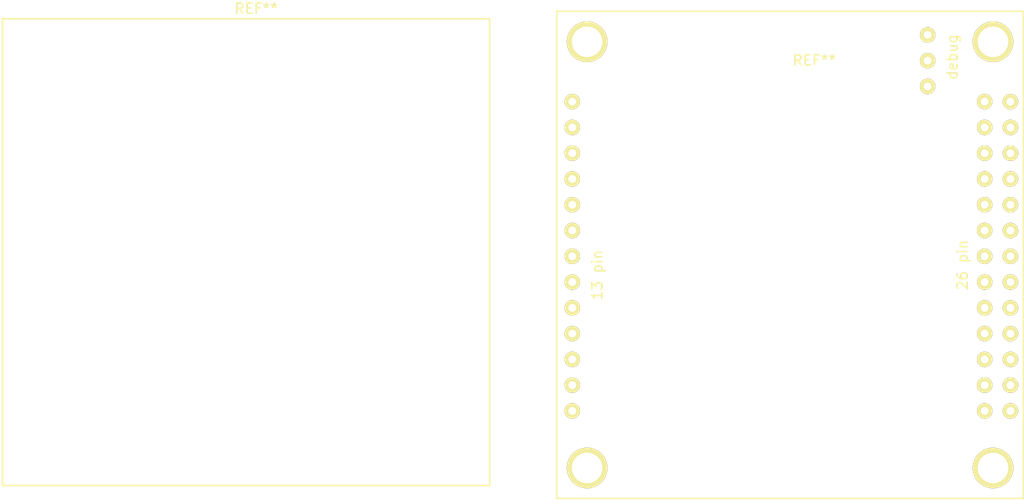
<source format=kicad_pcb>
(kicad_pcb (version 4) (host pcbnew 4.0.7-e2-6376~58~ubuntu16.04.1)

  (general
    (links 0)
    (no_connects 0)
    (area 0 0 0 0)
    (thickness 1.6)
    (drawings 0)
    (tracks 0)
    (zones 0)
    (modules 2)
    (nets 1)
  )

  (page A4)
  (layers
    (0 F.Cu signal)
    (31 B.Cu signal)
    (32 B.Adhes user)
    (33 F.Adhes user)
    (34 B.Paste user)
    (35 F.Paste user)
    (36 B.SilkS user)
    (37 F.SilkS user)
    (38 B.Mask user)
    (39 F.Mask user)
    (40 Dwgs.User user)
    (41 Cmts.User user)
    (42 Eco1.User user)
    (43 Eco2.User user)
    (44 Edge.Cuts user)
    (45 Margin user)
    (46 B.CrtYd user)
    (47 F.CrtYd user)
    (48 B.Fab user)
    (49 F.Fab user)
  )

  (setup
    (last_trace_width 0.25)
    (trace_clearance 0.2)
    (zone_clearance 0.508)
    (zone_45_only no)
    (trace_min 0.2)
    (segment_width 0.2)
    (edge_width 0.15)
    (via_size 0.6)
    (via_drill 0.4)
    (via_min_size 0.4)
    (via_min_drill 0.3)
    (uvia_size 0.3)
    (uvia_drill 0.1)
    (uvias_allowed no)
    (uvia_min_size 0.2)
    (uvia_min_drill 0.1)
    (pcb_text_width 0.3)
    (pcb_text_size 1.5 1.5)
    (mod_edge_width 0.15)
    (mod_text_size 1 1)
    (mod_text_width 0.15)
    (pad_size 1.524 1.524)
    (pad_drill 0.762)
    (pad_to_mask_clearance 0.2)
    (aux_axis_origin 0 0)
    (visible_elements FFFFFF7F)
    (pcbplotparams
      (layerselection 0x00030_80000001)
      (usegerberextensions false)
      (excludeedgelayer true)
      (linewidth 0.100000)
      (plotframeref false)
      (viasonmask false)
      (mode 1)
      (useauxorigin false)
      (hpglpennumber 1)
      (hpglpenspeed 20)
      (hpglpendiameter 15)
      (hpglpenoverlay 2)
      (psnegative false)
      (psa4output false)
      (plotreference true)
      (plotvalue true)
      (plotinvisibletext false)
      (padsonsilk false)
      (subtractmaskfromsilk false)
      (outputformat 1)
      (mirror false)
      (drillshape 1)
      (scaleselection 1)
      (outputdirectory ""))
  )

  (net 0 "")

  (net_class Default "This is the default net class."
    (clearance 0.2)
    (trace_width 0.25)
    (via_dia 0.6)
    (via_drill 0.4)
    (uvia_dia 0.3)
    (uvia_drill 0.1)
  )

  (module "orangepi-zero:orange pi zero" (layer F.Cu) (tedit 589256D0) (tstamp 5A1417C6)
    (at 74.93 107.95)
    (fp_text reference REF** (at 25 -47) (layer F.SilkS)
      (effects (font (size 1 1) (thickness 0.15)))
    )
    (fp_text value "orange pi zero" (at 20 1) (layer F.Fab)
      (effects (font (size 1 1) (thickness 0.15)))
    )
    (fp_line (start 0 -46) (end 48 -46) (layer F.SilkS) (width 0.15))
    (fp_line (start 48 -46) (end 48 0) (layer F.SilkS) (width 0.15))
    (fp_line (start 48 0) (end 0 0) (layer F.SilkS) (width 0.15))
    (fp_line (start 0 0) (end 0 -46) (layer F.SilkS) (width 0.15))
  )

  (module orangepi-zero:orangepi-zero (layer F.Cu) (tedit 58930690) (tstamp 5A141845)
    (at 129.54 109.22)
    (fp_text reference REF** (at 25.4 -43.18) (layer F.SilkS)
      (effects (font (size 1 1) (thickness 0.15)))
    )
    (fp_text value "orange pi zero" (at 25.4 -2.54) (layer F.Fab)
      (effects (font (size 1 1) (thickness 0.15)))
    )
    (fp_text user debug (at 39 -43.5 90) (layer F.SilkS)
      (effects (font (size 1 1) (thickness 0.15)))
    )
    (fp_text user "26 pin" (at 40 -23 90) (layer F.SilkS)
      (effects (font (size 1 1) (thickness 0.15)))
    )
    (fp_text user "13 pin" (at 4 -22 90) (layer F.SilkS)
      (effects (font (size 1 1) (thickness 0.15)))
    )
    (fp_line (start 0 -48) (end 46 -48) (layer F.SilkS) (width 0.15))
    (fp_line (start 46 -48) (end 46 0) (layer F.SilkS) (width 0.15))
    (fp_line (start 46 0) (end 0 0) (layer F.SilkS) (width 0.15))
    (fp_line (start 0 0) (end 0 -48) (layer F.SilkS) (width 0.15))
    (pad "" thru_hole circle (at 43 -45) (size 4 4) (drill 3) (layers *.Cu *.Mask F.SilkS))
    (pad 1 thru_hole circle (at 1.54 -39.1) (size 1.524 1.524) (drill 0.762) (layers *.Cu *.Mask F.SilkS))
    (pad 2 thru_hole circle (at 1.54 -36.56) (size 1.524 1.524) (drill 0.762) (layers *.Cu *.Mask F.SilkS))
    (pad 3 thru_hole circle (at 1.54 -34.02) (size 1.524 1.524) (drill 0.762) (layers *.Cu *.Mask F.SilkS))
    (pad 4 thru_hole circle (at 1.54 -31.48) (size 1.524 1.524) (drill 0.762) (layers *.Cu *.Mask F.SilkS))
    (pad 5 thru_hole circle (at 1.54 -28.94) (size 1.524 1.524) (drill 0.762) (layers *.Cu *.Mask F.SilkS))
    (pad 6 thru_hole circle (at 1.54 -26.4) (size 1.524 1.524) (drill 0.762) (layers *.Cu *.Mask F.SilkS))
    (pad 7 thru_hole circle (at 1.54 -23.86) (size 1.524 1.524) (drill 0.762) (layers *.Cu *.Mask F.SilkS))
    (pad 8 thru_hole circle (at 1.54 -21.32) (size 1.524 1.524) (drill 0.762) (layers *.Cu *.Mask F.SilkS))
    (pad 9 thru_hole circle (at 1.54 -18.78) (size 1.524 1.524) (drill 0.762) (layers *.Cu *.Mask F.SilkS))
    (pad 10 thru_hole circle (at 1.54 -16.24) (size 1.524 1.524) (drill 0.762) (layers *.Cu *.Mask F.SilkS))
    (pad 11 thru_hole circle (at 1.54 -13.7) (size 1.524 1.524) (drill 0.762) (layers *.Cu *.Mask F.SilkS))
    (pad 12 thru_hole circle (at 1.54 -11.16) (size 1.524 1.524) (drill 0.762) (layers *.Cu *.Mask F.SilkS))
    (pad 13 thru_hole circle (at 1.54 -8.62) (size 1.524 1.524) (drill 0.762) (layers *.Cu *.Mask F.SilkS))
    (pad 101 thru_hole circle (at 44.72 -8.62) (size 1.524 1.524) (drill 0.762) (layers *.Cu *.Mask F.SilkS))
    (pad 102 thru_hole circle (at 42.18 -8.62) (size 1.524 1.524) (drill 0.762) (layers *.Cu *.Mask F.SilkS))
    (pad 103 thru_hole circle (at 44.72 -11.16) (size 1.524 1.524) (drill 0.762) (layers *.Cu *.Mask F.SilkS))
    (pad 104 thru_hole circle (at 42.18 -11.16) (size 1.524 1.524) (drill 0.762) (layers *.Cu *.Mask F.SilkS))
    (pad 105 thru_hole circle (at 44.72 -13.7) (size 1.524 1.524) (drill 0.762) (layers *.Cu *.Mask F.SilkS))
    (pad 106 thru_hole circle (at 42.18 -13.7) (size 1.524 1.524) (drill 0.762) (layers *.Cu *.Mask F.SilkS))
    (pad 107 thru_hole circle (at 44.72 -16.24) (size 1.524 1.524) (drill 0.762) (layers *.Cu *.Mask F.SilkS))
    (pad 108 thru_hole circle (at 42.18 -16.24) (size 1.524 1.524) (drill 0.762) (layers *.Cu *.Mask F.SilkS))
    (pad 109 thru_hole circle (at 44.72 -18.78) (size 1.524 1.524) (drill 0.762) (layers *.Cu *.Mask F.SilkS))
    (pad 110 thru_hole circle (at 42.18 -18.78) (size 1.524 1.524) (drill 0.762) (layers *.Cu *.Mask F.SilkS))
    (pad 111 thru_hole circle (at 44.72 -21.32) (size 1.524 1.524) (drill 0.762) (layers *.Cu *.Mask F.SilkS))
    (pad 112 thru_hole circle (at 42.18 -21.32) (size 1.524 1.524) (drill 0.762) (layers *.Cu *.Mask F.SilkS))
    (pad 113 thru_hole circle (at 44.72 -23.86) (size 1.524 1.524) (drill 0.762) (layers *.Cu *.Mask F.SilkS))
    (pad 114 thru_hole circle (at 42.18 -23.86) (size 1.524 1.524) (drill 0.762) (layers *.Cu *.Mask F.SilkS))
    (pad 115 thru_hole circle (at 44.72 -26.4) (size 1.524 1.524) (drill 0.762) (layers *.Cu *.Mask F.SilkS))
    (pad 116 thru_hole circle (at 42.18 -26.4) (size 1.524 1.524) (drill 0.762) (layers *.Cu *.Mask F.SilkS))
    (pad 117 thru_hole circle (at 44.72 -28.94) (size 1.524 1.524) (drill 0.762) (layers *.Cu *.Mask F.SilkS))
    (pad 118 thru_hole circle (at 42.18 -28.94) (size 1.524 1.524) (drill 0.762) (layers *.Cu *.Mask F.SilkS))
    (pad 119 thru_hole circle (at 44.72 -31.48) (size 1.524 1.524) (drill 0.762) (layers *.Cu *.Mask F.SilkS))
    (pad 120 thru_hole circle (at 42.18 -31.48) (size 1.524 1.524) (drill 0.762) (layers *.Cu *.Mask F.SilkS))
    (pad 121 thru_hole circle (at 44.72 -34.02) (size 1.524 1.524) (drill 0.762) (layers *.Cu *.Mask F.SilkS))
    (pad 122 thru_hole circle (at 42.18 -34.02) (size 1.524 1.524) (drill 0.762) (layers *.Cu *.Mask F.SilkS))
    (pad 123 thru_hole circle (at 44.72 -36.56) (size 1.524 1.524) (drill 0.762) (layers *.Cu *.Mask F.SilkS))
    (pad 124 thru_hole circle (at 42.18 -36.56) (size 1.524 1.524) (drill 0.762) (layers *.Cu *.Mask F.SilkS))
    (pad 125 thru_hole circle (at 44.72 -39.1) (size 1.524 1.524) (drill 0.762) (layers *.Cu *.Mask F.SilkS))
    (pad 126 thru_hole circle (at 42.18 -39.1) (size 1.524 1.524) (drill 0.762) (layers *.Cu *.Mask F.SilkS))
    (pad 201 thru_hole circle (at 36.56 -45.68) (size 1.524 1.524) (drill 0.762) (layers *.Cu *.Mask F.SilkS))
    (pad 202 thru_hole circle (at 36.56 -43.14) (size 1.524 1.524) (drill 0.762) (layers *.Cu *.Mask F.SilkS))
    (pad 203 thru_hole circle (at 36.56 -40.6) (size 1.524 1.524) (drill 0.762) (layers *.Cu *.Mask F.SilkS))
    (pad "" thru_hole circle (at 3 -45) (size 4 4) (drill 3) (layers *.Cu *.Mask F.SilkS))
    (pad "" thru_hole circle (at 3 -3) (size 4 4) (drill 3) (layers *.Cu *.Mask F.SilkS))
    (pad "" thru_hole circle (at 43 -3) (size 4 4) (drill 3) (layers *.Cu *.Mask F.SilkS))
  )

)

</source>
